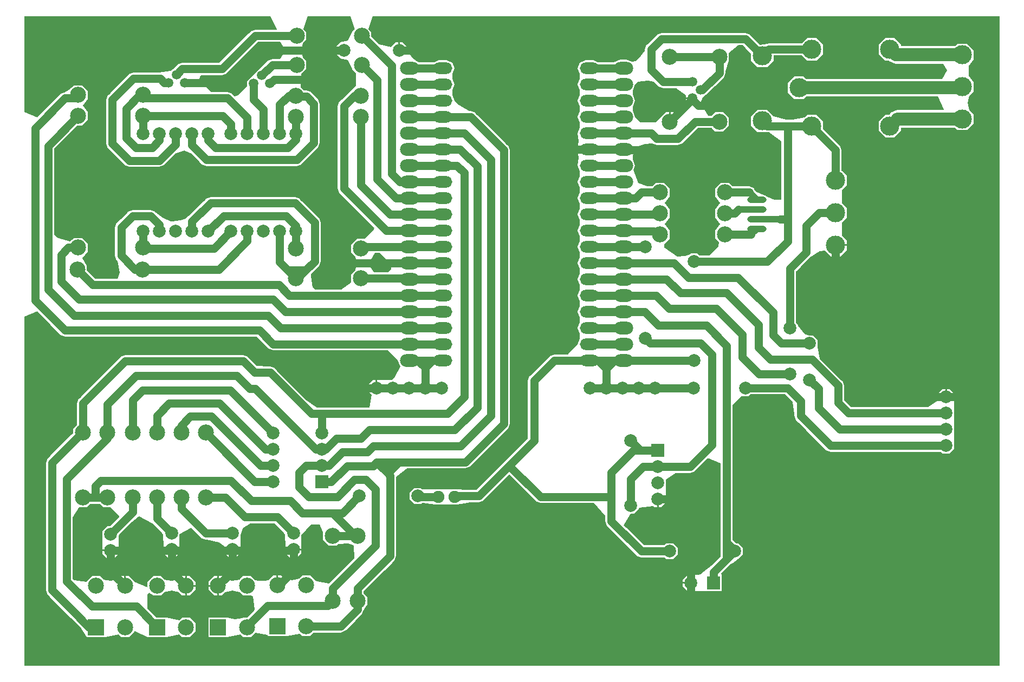
<source format=gbl>
G04*
G04 #@! TF.GenerationSoftware,Altium Limited,CircuitMaker,2.2.1 (2.2.1.6)*
G04*
G04 Layer_Physical_Order=2*
G04 Layer_Color=11436288*
%FSLAX25Y25*%
%MOIN*%
G70*
G04*
G04 #@! TF.SameCoordinates,4B569A1E-B195-418F-9F09-93343C68B421*
G04*
G04*
G04 #@! TF.FilePolarity,Positive*
G04*
G01*
G75*
%ADD32C,0.05000*%
%ADD34C,0.07500*%
%ADD35C,0.09842*%
%ADD36C,0.07874*%
%ADD37O,0.11811X0.07874*%
%ADD38O,0.11811X0.07874*%
%ADD39C,0.11811*%
%ADD40O,0.11811X0.03937*%
%ADD41R,0.07874X0.07874*%
%ADD42R,0.07874X0.07874*%
%ADD43O,0.11811X0.07087*%
%ADD44R,0.09842X0.09842*%
%ADD45C,0.05905*%
%ADD46C,0.03937*%
%ADD47C,0.08000*%
G36*
X303252Y492126D02*
X301651Y490525D01*
X301579Y490453D01*
X298864Y485058D01*
X294455Y483937D01*
X294396Y483878D01*
X291563Y481045D01*
Y479500D01*
X296500D01*
Y478500D01*
X291563D01*
Y476955D01*
X294396Y474122D01*
X294455Y474063D01*
X298864Y472942D01*
X301579Y467547D01*
X301651Y467475D01*
X304029Y465097D01*
X303926Y457052D01*
X300458Y453735D01*
X300321Y453679D01*
X298642Y451999D01*
X298642Y451999D01*
X295438Y448796D01*
X293821Y447179D01*
X293448Y446277D01*
X292712Y444500D01*
Y443648D01*
X292712Y443648D01*
Y442213D01*
X292712Y435775D01*
Y402726D01*
X292712Y396287D01*
Y394851D01*
X292712Y394851D01*
Y394000D01*
X293821Y391321D01*
X294423Y390719D01*
X294423Y390719D01*
X295438Y389704D01*
X299991Y385151D01*
X315480Y369662D01*
X314998Y368498D01*
X309453Y362921D01*
X304547Y362921D01*
X301079Y359453D01*
Y354547D01*
X303687Y351939D01*
X304166Y347750D01*
X303687Y343561D01*
X301079Y340953D01*
Y336047D01*
X294969Y331788D01*
X279031D01*
X277350Y332961D01*
X276269Y340017D01*
X276281Y341423D01*
X277296Y342438D01*
X280577Y345719D01*
X281179Y346321D01*
X281514Y347130D01*
X282288Y349000D01*
Y349851D01*
X282288Y349851D01*
Y351287D01*
X282288Y357726D01*
Y364275D01*
X282288Y370713D01*
Y372148D01*
X282288Y372148D01*
Y373000D01*
X281179Y375679D01*
X280577Y376281D01*
X280577Y376281D01*
X279562Y377296D01*
X275179Y381679D01*
X270796Y386062D01*
X269781Y387077D01*
X269781Y387077D01*
X269179Y387679D01*
X266500Y388788D01*
X265649D01*
X265649Y388788D01*
X264213D01*
X257774Y388788D01*
X223225D01*
X216787Y388788D01*
X215352D01*
X215352Y388788D01*
X214500D01*
X211821Y387679D01*
X211219Y387077D01*
X211219Y387077D01*
X210204Y386062D01*
X205651Y381509D01*
X201938Y377796D01*
X201062Y376920D01*
X199089Y375450D01*
X199089Y375450D01*
X199089Y375450D01*
X198071Y374848D01*
X197458Y374640D01*
X198071Y374848D01*
X196926Y374555D01*
X196050Y374415D01*
X198071Y374848D01*
X198705Y375222D01*
X195670Y374355D01*
X191105Y373627D01*
X189880Y373498D01*
X185113Y375926D01*
X180960Y378947D01*
X180474Y379384D01*
X180179Y379679D01*
X177500Y380788D01*
X177500Y380788D01*
X176649Y380788D01*
X176648Y380788D01*
X173181Y380788D01*
X170384D01*
X167351Y380788D01*
X167351Y380788D01*
X166500Y380788D01*
X166500Y380788D01*
X163821Y379679D01*
X163219Y379077D01*
X162204Y378062D01*
X159246Y375104D01*
X157423Y373281D01*
X157423Y373281D01*
X156821Y372679D01*
X155712Y370000D01*
Y369148D01*
X155712Y369148D01*
Y367713D01*
X155712Y361275D01*
X155712Y356384D01*
X155712Y354787D01*
X155712Y354787D01*
X155712Y353351D01*
X155712Y353351D01*
X155712Y352500D01*
X155712Y352500D01*
X156821Y349821D01*
X157423Y349219D01*
X158704Y341876D01*
X157219Y338288D01*
X143569D01*
X138421Y343436D01*
X138421Y343734D01*
Y346453D01*
X135788Y351000D01*
X138921Y355047D01*
X138921Y359953D01*
X135453Y363421D01*
X132484Y363421D01*
X130547D01*
X127961Y361288D01*
X120908Y363272D01*
X120396Y363499D01*
X118288Y365282D01*
Y418272D01*
Y418431D01*
X132436Y432579D01*
X132734Y432579D01*
X135453D01*
X138921Y436047D01*
Y440953D01*
X135887Y445000D01*
X138921Y449047D01*
Y453953D01*
X135453Y457421D01*
X130547Y457421D01*
X127327Y454587D01*
X124596Y453121D01*
X122321Y452179D01*
X122321Y452179D01*
X121719Y451577D01*
X121719Y451577D01*
X120704Y450562D01*
X116151Y446009D01*
X107874Y437732D01*
X100000Y440993D01*
Y500000D01*
X251327D01*
X255333Y492126D01*
X255088Y491788D01*
X250726D01*
X244086Y491788D01*
X242851D01*
X242851Y491788D01*
X242000D01*
X239321Y490679D01*
X238719Y490077D01*
X238719Y490077D01*
X237900Y489258D01*
X233151Y484509D01*
X219931Y471288D01*
X205726D01*
X198966Y471288D01*
X197852D01*
X197851Y471288D01*
X197000D01*
X194321Y470179D01*
X192678Y468666D01*
X191863Y467953D01*
X191392Y467482D01*
X191392Y467482D01*
X190135Y466225D01*
X182649Y465288D01*
X167851D01*
X167851Y465288D01*
X167000D01*
X164321Y464179D01*
X163719Y463577D01*
X163719Y463577D01*
X162704Y462562D01*
X158151Y458009D01*
X157491Y457349D01*
X152938Y452796D01*
X151923Y451781D01*
X151923Y451781D01*
X151321Y451179D01*
X150212Y448500D01*
Y447648D01*
X150212Y447648D01*
Y446213D01*
X150212Y439775D01*
Y430226D01*
X150212Y423787D01*
Y422352D01*
X150212Y422352D01*
Y421500D01*
X151321Y418821D01*
X151923Y418219D01*
X151923Y418219D01*
X152938Y417204D01*
X156571Y413571D01*
X160204Y409938D01*
X161219Y408923D01*
X161219Y408923D01*
X161821Y408321D01*
X164500Y407212D01*
X165351D01*
X165351Y407212D01*
X166787D01*
X173225Y407212D01*
X174275D01*
X180713Y407212D01*
X182149D01*
X182149Y407212D01*
X183000D01*
X185679Y408321D01*
X186281Y408923D01*
X186281Y408923D01*
X187296Y409938D01*
X191849Y414491D01*
X192789Y415431D01*
X198334Y417191D01*
X202894Y415248D01*
X207704Y410438D01*
X208719Y409423D01*
X208719Y409423D01*
X209321Y408821D01*
X212000Y407712D01*
X212852Y407712D01*
X218032D01*
Y407712D01*
X220725Y407712D01*
X267500D01*
X270179Y408821D01*
X280679Y419321D01*
X281788Y422000D01*
Y446000D01*
X280679Y448679D01*
X276179Y453179D01*
X273500Y454288D01*
X272086D01*
X270106Y456268D01*
X269999Y461699D01*
X270313Y464439D01*
X273421Y467547D01*
Y472453D01*
X271166Y474708D01*
X270460Y479000D01*
X271166Y483292D01*
X273421Y485547D01*
Y490453D01*
X271748Y492126D01*
X274287Y500000D01*
X300713D01*
X303252Y492126D01*
D02*
G37*
G36*
X260621Y478955D02*
X257482Y473788D01*
X253351Y473788D01*
X253351Y473788D01*
X252500D01*
X249821Y472679D01*
X249528Y472385D01*
X247299Y470248D01*
X244363Y467453D01*
X243892Y466982D01*
X243892Y466982D01*
X242055Y465145D01*
X239363Y462453D01*
X238324Y461414D01*
X237047Y460137D01*
Y457019D01*
X237047Y457019D01*
Y456863D01*
X231440Y451391D01*
X229338Y450520D01*
X227679Y452179D01*
X225000Y453288D01*
X214954D01*
X207750Y460794D01*
X207924Y463162D01*
X209115Y463712D01*
X212774D01*
X219534Y463712D01*
X220649D01*
X220649Y463712D01*
X221500D01*
X224179Y464821D01*
X224781Y465423D01*
X224781Y465423D01*
X225600Y466242D01*
X230349Y470991D01*
X243569Y484212D01*
X257407D01*
X260621Y478955D01*
D02*
G37*
G36*
X325660Y347134D02*
X325573Y344183D01*
X323531Y342288D01*
X315122D01*
X311691Y347167D01*
X315537Y354212D01*
X318800D01*
X325660Y347134D01*
D02*
G37*
G36*
X700000Y100000D02*
X100000D01*
Y315007D01*
X107874Y318268D01*
X116151Y309991D01*
X120704Y305438D01*
X121719Y304423D01*
X121719Y304423D01*
X122321Y303821D01*
X125000Y302712D01*
X125851D01*
X125852Y302712D01*
X127213D01*
X133726Y302712D01*
X242931D01*
X244151Y301491D01*
X247575Y298068D01*
X249109Y296534D01*
X249109Y296534D01*
X249719Y295923D01*
X249719Y295923D01*
X250321Y295321D01*
X250321Y295321D01*
X253000Y294212D01*
X253852Y294212D01*
X261725Y294212D01*
X323738D01*
X329688Y288000D01*
X331253Y284221D01*
X327812Y277374D01*
X325969Y275937D01*
X317000D01*
Y271000D01*
X316500D01*
Y270500D01*
X311563D01*
Y268955D01*
X313556Y266962D01*
X312284Y259088D01*
X279929D01*
X279929Y259088D01*
Y259088D01*
X273817Y263341D01*
X260149Y277009D01*
X256725Y280432D01*
X255433Y281725D01*
X255433Y281725D01*
X254581Y282577D01*
X254581Y282577D01*
X253979Y283179D01*
X253979Y283179D01*
X251300Y284288D01*
X250448Y284288D01*
X243107Y284621D01*
X237781Y289577D01*
X237781Y289577D01*
X237179Y290179D01*
X234500Y291288D01*
X234500Y291288D01*
X233649Y291288D01*
X233648Y291288D01*
X232213Y291288D01*
X232213Y291288D01*
X230616Y291288D01*
X170726D01*
X164287Y291288D01*
X162852D01*
X162851Y291288D01*
X162000D01*
X159321Y290179D01*
X158719Y289577D01*
X158719Y289577D01*
X157704Y288562D01*
X153151Y284009D01*
X139491Y270349D01*
X134938Y265796D01*
X133923Y264781D01*
X133923Y264781D01*
X133321Y264179D01*
X132212Y261500D01*
Y260648D01*
X132212Y260648D01*
Y259509D01*
X132212Y252775D01*
Y248086D01*
X132001Y247875D01*
X130079Y245953D01*
Y243441D01*
X130079Y243436D01*
X129102Y242460D01*
X120491Y233849D01*
X115936Y229294D01*
X114923Y228281D01*
X114923Y228281D01*
X114321Y227679D01*
X113212Y225000D01*
Y224149D01*
X113212Y224149D01*
Y222713D01*
X113212Y216274D01*
Y155226D01*
X113212Y148787D01*
Y147352D01*
X113212Y147351D01*
Y146500D01*
X114321Y143821D01*
X114923Y143219D01*
X114923Y143219D01*
X115779Y142363D01*
X120491Y137651D01*
X127068Y131074D01*
X128814Y129329D01*
X133616Y124526D01*
X134165Y123978D01*
X138221Y117783D01*
X138221Y117783D01*
X138221Y117783D01*
X149500D01*
X150063Y117783D01*
X157937Y119252D01*
X159406Y117783D01*
X164311D01*
X167690Y121163D01*
X167780Y121252D01*
X167846Y121278D01*
X175721Y117783D01*
Y117783D01*
X187000D01*
X187563Y117783D01*
X195437Y119252D01*
X196906Y117783D01*
X201811D01*
X203180Y119153D01*
X205279Y121252D01*
Y126157D01*
X203910Y127527D01*
X201811Y129626D01*
X196906D01*
X195437Y128157D01*
X187563Y129626D01*
X187000Y129626D01*
X181375D01*
X181078Y129626D01*
X180504Y130200D01*
Y130200D01*
X175822Y134882D01*
X175777Y143863D01*
X176198Y144764D01*
X176638Y145073D01*
X179189Y143374D01*
X180936Y143374D01*
X184094D01*
X185908Y145188D01*
X186149Y145428D01*
X190500Y146273D01*
X194851Y145428D01*
X196906Y143374D01*
X198858D01*
Y149295D01*
Y155217D01*
X196906D01*
X195092Y153403D01*
X194851Y153162D01*
X190500Y152318D01*
X186149Y153162D01*
X185938Y153373D01*
X184094Y155217D01*
X179189D01*
X175721Y151748D01*
X175509Y148488D01*
X167780Y151748D01*
X164311Y155217D01*
X162358D01*
Y149295D01*
X161358D01*
Y155217D01*
X159406D01*
X157351Y153162D01*
X153000Y152318D01*
X148649Y153162D01*
X146594Y155217D01*
X141689D01*
X140483Y154010D01*
X138221Y151748D01*
X130716Y152641D01*
X129788Y153569D01*
Y153728D01*
Y191262D01*
X133547Y197579D01*
X138453Y197579D01*
X140586Y199712D01*
X146414D01*
X148547Y197579D01*
X153086D01*
X158194Y191971D01*
X158394Y191751D01*
X153673Y187030D01*
X152579Y185937D01*
X150955Y185937D01*
X150955Y185937D01*
X148063Y183045D01*
X148063Y180010D01*
X148063Y180010D01*
X148063Y179261D01*
Y176000D01*
Y173045D01*
Y171500D01*
X157937D01*
Y173045D01*
X158161Y180313D01*
X158335Y180557D01*
X158335Y180557D01*
X159375Y182017D01*
X164259Y186901D01*
Y186901D01*
X164259Y186901D01*
X164259D01*
X170139Y191714D01*
X170581Y191915D01*
X178821Y187821D01*
X179423Y187219D01*
X184799Y181572D01*
X185338Y180813D01*
X185563Y173545D01*
Y172000D01*
X195437D01*
Y172490D01*
X195437Y172490D01*
X195437Y173239D01*
Y176500D01*
Y179455D01*
Y181070D01*
X202755Y184888D01*
X206075Y181568D01*
X207204Y180438D01*
X207204Y180438D01*
X208219Y179423D01*
X208219Y179423D01*
X208821Y178821D01*
X208821Y178821D01*
X211500Y177712D01*
X212351Y177712D01*
X219500Y175960D01*
X223063Y173545D01*
Y172000D01*
X232937D01*
Y172490D01*
X232937Y172490D01*
X232937Y173239D01*
Y176500D01*
Y180437D01*
X234376Y184520D01*
X239085Y187712D01*
X253931D01*
X259125Y182517D01*
X260338Y180813D01*
X260563Y173545D01*
Y172000D01*
X270437D01*
Y172490D01*
X270437Y172490D01*
X270437Y173239D01*
Y176500D01*
Y180486D01*
X276414Y187151D01*
X281656Y186872D01*
X283579Y182453D01*
Y177547D01*
X287047Y174079D01*
X291953Y174079D01*
X293481Y175124D01*
X299171Y175183D01*
X302204Y174422D01*
X302547Y174079D01*
X302847Y166205D01*
X292991Y156349D01*
X288282Y151640D01*
X287423Y150781D01*
X280067Y152032D01*
X279279Y152248D01*
X275811Y155717D01*
X270906D01*
X268851Y153662D01*
X264500Y152818D01*
X260149Y153662D01*
X258094Y155717D01*
X256142D01*
Y149795D01*
X255142D01*
Y155717D01*
X253189D01*
X251090Y153617D01*
X250234Y152761D01*
X247193Y152348D01*
X244310Y152462D01*
X241973Y152554D01*
X239311Y155217D01*
X234406D01*
X232592Y153403D01*
X232351Y153162D01*
X228000Y152318D01*
X223649Y153162D01*
X223439Y153373D01*
X221594Y155217D01*
X219642D01*
Y149295D01*
Y143374D01*
X221594D01*
X223408Y145188D01*
X223649Y145428D01*
X228000Y146273D01*
X232351Y145428D01*
X232562Y145218D01*
X234406Y143374D01*
X239311D01*
X240583Y142596D01*
X241547Y134584D01*
X241211Y134069D01*
X237929Y130787D01*
X236914Y129772D01*
X235545Y129692D01*
X234406Y129626D01*
X234203Y129423D01*
X229439Y128810D01*
X225063Y129626D01*
X224500Y129626D01*
X213221D01*
Y117783D01*
X224500D01*
X225063Y117783D01*
X232937Y119252D01*
X234406Y117783D01*
X239311D01*
X241846Y120319D01*
X249721Y118999D01*
Y118283D01*
X261000D01*
X261563Y118283D01*
X269437Y119752D01*
X270906Y118283D01*
X275811D01*
X277944Y120416D01*
X285979D01*
X292662Y120416D01*
X293853D01*
X293853Y120416D01*
X294705D01*
X297383Y121526D01*
X297986Y122128D01*
X297986Y122128D01*
X299001Y123143D01*
X303553Y127696D01*
X306749Y130892D01*
X306749Y130892D01*
X307679Y131821D01*
X308473Y133738D01*
X310561Y137187D01*
X310921Y137547D01*
Y142453D01*
X308999Y144375D01*
X308788Y144586D01*
Y145931D01*
X321509Y158651D01*
X326262Y163405D01*
X327077Y164219D01*
X327077Y164219D01*
X327679Y164821D01*
X328788Y167500D01*
Y168351D01*
X328788Y168351D01*
Y169787D01*
X328788Y176225D01*
Y208375D01*
X328788Y214813D01*
Y216248D01*
X334653Y221099D01*
X335257Y221512D01*
X362575D01*
X369216Y221512D01*
X370448D01*
X370448Y221512D01*
X371300D01*
X373979Y222621D01*
X374581Y223223D01*
X374581Y223223D01*
X375596Y224238D01*
X380149Y228791D01*
X391509Y240151D01*
X396062Y244704D01*
X397077Y245719D01*
X397077Y245719D01*
X397679Y246321D01*
X398788Y249000D01*
Y249851D01*
X398788Y249851D01*
Y251287D01*
X398788Y257726D01*
Y408775D01*
X398788Y415213D01*
Y416648D01*
X398788Y416648D01*
Y417500D01*
X397679Y420179D01*
X397077Y420781D01*
X397077Y420781D01*
X396062Y421796D01*
X391509Y426349D01*
X383349Y434509D01*
X379925Y437932D01*
X378796Y439062D01*
X378796Y439062D01*
X377781Y440077D01*
X377781Y440077D01*
X377179Y440679D01*
X377179Y440679D01*
X374500Y441788D01*
X373649Y441788D01*
X367247Y445342D01*
X364701Y448000D01*
X364241Y449110D01*
X363261Y451477D01*
Y454523D01*
X364241Y456890D01*
X364701Y458000D01*
X364241Y459110D01*
X363261Y461477D01*
Y464243D01*
X363261Y464523D01*
X364701Y468000D01*
X363261Y471477D01*
X359784Y472918D01*
X359784Y472918D01*
X359331Y472918D01*
X355059D01*
X352333Y471788D01*
X342724Y471788D01*
X341398Y472337D01*
X338199Y474815D01*
X335494Y479991D01*
X335437Y481045D01*
X335264Y481218D01*
X332545Y483937D01*
X331000D01*
Y479000D01*
X330000D01*
Y483937D01*
X328455D01*
X325563Y481045D01*
X318311Y482547D01*
X313421Y487436D01*
X313421Y487734D01*
Y490453D01*
X311748Y492126D01*
X314287Y500000D01*
X700000D01*
Y100000D01*
D02*
G37*
%LPC*%
G36*
X542649Y489788D02*
X530732Y489788D01*
X500726D01*
X494287Y489788D01*
X492851D01*
X492851Y489788D01*
X492000D01*
X489321Y488679D01*
X488991Y488349D01*
X488719Y488077D01*
X486168Y485526D01*
X483423Y482781D01*
X483423Y482781D01*
X483151Y482509D01*
X483151Y482509D01*
X482821Y482179D01*
X482821Y482179D01*
X481712Y479500D01*
X481712Y478649D01*
X479268Y475571D01*
X476306Y472483D01*
X473505Y472086D01*
X473505Y472086D01*
X470469Y473344D01*
X466532Y473344D01*
X462776Y471788D01*
X452667Y471788D01*
X449941Y472918D01*
X445669Y472918D01*
X445217Y472918D01*
X445217Y472918D01*
X441739Y471477D01*
X440299Y468000D01*
X440649Y467155D01*
X441739Y464523D01*
Y464243D01*
Y461477D01*
X440759Y459110D01*
X440299Y458000D01*
X440759Y456890D01*
X441739Y454523D01*
Y451477D01*
X440759Y449110D01*
X440299Y448000D01*
X440759Y446890D01*
X441739Y444523D01*
Y441477D01*
X440759Y439110D01*
X440299Y438000D01*
X440759Y436890D01*
X441739Y434523D01*
Y431477D01*
X440299Y428000D01*
X441075Y423000D01*
X440377Y418500D01*
X447579D01*
Y417500D01*
X440377D01*
X441075Y413000D01*
X440299Y408000D01*
X440941Y406449D01*
X441739Y404523D01*
Y401477D01*
X440759Y399110D01*
X440299Y398000D01*
X440759Y396890D01*
X441739Y394523D01*
Y391477D01*
X440759Y389110D01*
X440299Y388000D01*
X440759Y386890D01*
X441739Y384523D01*
Y381477D01*
X440759Y379110D01*
X440299Y378000D01*
X440759Y376890D01*
X441739Y374523D01*
Y371477D01*
X440759Y369110D01*
X440299Y368000D01*
X440759Y366890D01*
X441739Y364523D01*
Y361477D01*
X440759Y359110D01*
X440299Y358000D01*
X440759Y356890D01*
X441739Y354523D01*
Y351477D01*
X440759Y349110D01*
X440299Y348000D01*
X440759Y346890D01*
X441739Y344523D01*
Y341477D01*
X440759Y339110D01*
X440299Y338000D01*
X440759Y336890D01*
X441739Y334523D01*
Y331477D01*
X440759Y329110D01*
X440299Y328000D01*
X440759Y326890D01*
X441739Y324523D01*
Y321477D01*
X440759Y319110D01*
X440299Y318000D01*
X440759Y316890D01*
X441739Y314523D01*
Y311477D01*
X440759Y309110D01*
X440299Y308000D01*
X440759Y306890D01*
X441739Y304523D01*
Y301477D01*
X440299Y298000D01*
X434634Y292086D01*
X434349Y291788D01*
X429733D01*
X426852D01*
D01*
X426852D01*
X426852Y291788D01*
X426000D01*
X423321Y290679D01*
X422719Y290077D01*
X422719Y290077D01*
X422719Y290077D01*
X422719D01*
X420519Y287877D01*
X413623Y280981D01*
X411423Y278781D01*
Y278781D01*
X411423Y278781D01*
X411423Y278781D01*
X410821Y278179D01*
X409712Y275500D01*
Y274648D01*
X409712Y274648D01*
Y274648D01*
D01*
Y271577D01*
Y243044D01*
Y240981D01*
X409712Y240069D01*
X407642Y238000D01*
X398695Y229053D01*
X397762Y228119D01*
X397762Y228119D01*
X397743Y228100D01*
X397743Y228100D01*
X393400Y223758D01*
Y223758D01*
X393400Y223758D01*
Y223758D01*
X392386Y222744D01*
X380025Y210382D01*
X377931Y208288D01*
X374160Y208288D01*
X373169Y208347D01*
Y208347D01*
X372405Y208392D01*
Y208392D01*
X372092Y208411D01*
Y208411D01*
X366479Y208743D01*
X366467Y208750D01*
X366467Y208750D01*
X366467Y208750D01*
X363407D01*
X363403Y208750D01*
X360216Y208750D01*
X359500Y208750D01*
X358808Y208750D01*
X356468Y208750D01*
X356462Y208750D01*
X352533D01*
X352533Y208750D01*
X352533Y208750D01*
X345352Y208800D01*
X344677Y208805D01*
X344045Y209437D01*
X339955D01*
X337063Y206545D01*
Y202455D01*
X339955Y199563D01*
X344045Y199563D01*
X344475Y199863D01*
X344976Y200212D01*
X345047Y200212D01*
X352526Y199257D01*
X352533Y199250D01*
X352533Y199250D01*
X355592D01*
X355597Y199250D01*
X358771Y199250D01*
X359500Y199250D01*
X360192Y199250D01*
X362532Y199250D01*
X362538Y199250D01*
X366467D01*
X366467Y199250D01*
X366474Y199257D01*
X372640Y200490D01*
Y200490D01*
X373746Y200712D01*
X378648D01*
D01*
X378648D01*
X378648Y200712D01*
X379500D01*
X382179Y201821D01*
X382781Y202423D01*
X382781Y202423D01*
X382781Y202423D01*
Y202423D01*
X384875Y204517D01*
X398127Y217769D01*
X398255Y217888D01*
X398556Y217586D01*
X412066Y204076D01*
X414219Y201923D01*
X414219D01*
X414219Y201923D01*
X414219Y201923D01*
X414821Y201321D01*
X417500Y200212D01*
X418352D01*
X418352Y200212D01*
X418352D01*
Y200212D01*
X420644D01*
X450367D01*
X457212Y192338D01*
X457212Y189851D01*
X457212Y189851D01*
Y189000D01*
X458321Y186321D01*
X458923Y185719D01*
X458923Y185719D01*
X459938Y184704D01*
X462894Y181748D01*
D01*
X464466Y180176D01*
X473989Y170653D01*
X476219Y168423D01*
X476219D01*
X476219Y168423D01*
X476219Y168423D01*
X476821Y167821D01*
X479500Y166712D01*
X480351D01*
X480351Y166712D01*
X480352D01*
D01*
X483360D01*
X493806D01*
X494955Y165563D01*
X499045D01*
X501937Y168455D01*
Y172545D01*
X499045Y175437D01*
X494955D01*
X494017Y174499D01*
X493806Y174288D01*
X483951D01*
X481069Y174288D01*
X478839Y176518D01*
X470331Y185026D01*
X468759Y186599D01*
X468916Y186862D01*
X472930Y193563D01*
X475045D01*
X477937Y196455D01*
X478451Y197172D01*
X486728Y198369D01*
X487695Y197563D01*
X489240D01*
Y202500D01*
X489740D01*
Y203000D01*
X494677D01*
Y203490D01*
X494677Y203490D01*
X494677Y204239D01*
Y207500D01*
Y211510D01*
Y214545D01*
X500582Y218547D01*
X500825Y218712D01*
X505545D01*
X508648D01*
D01*
X508648D01*
X508648Y218712D01*
X509500D01*
X512179Y219821D01*
X512781Y220423D01*
X512781Y220423D01*
X512781Y220423D01*
X512781D01*
X514981Y222623D01*
X520338Y227980D01*
X528212Y224718D01*
Y179929D01*
Y176852D01*
D01*
X528212Y168977D01*
Y167490D01*
X528212Y167069D01*
X522737Y161595D01*
D01*
X522737Y161595D01*
Y161595D01*
X516771Y156990D01*
X515895Y156346D01*
X515853Y156327D01*
X514401Y155937D01*
X512045D01*
X511189Y155937D01*
X510500D01*
Y151000D01*
Y146063D01*
X511189D01*
X512045Y146063D01*
X516805D01*
X519063D01*
X521613Y146063D01*
X528937D01*
Y155937D01*
X528937D01*
X528602Y156745D01*
X532411Y160553D01*
X534077Y162219D01*
X535843Y163408D01*
X539045Y165563D01*
X540120Y166638D01*
X541937Y168455D01*
Y172545D01*
X539045Y175437D01*
X537921D01*
X536086Y177272D01*
X535788Y177569D01*
Y180647D01*
Y223582D01*
Y225436D01*
X535788Y233310D01*
Y260594D01*
X541455Y266063D01*
X545545D01*
X546483Y267001D01*
X546694Y267212D01*
X567931D01*
X572796Y262346D01*
X573712Y254852D01*
X573712Y254000D01*
X574821Y251321D01*
X574821Y251321D01*
X575423Y250719D01*
X575423Y250719D01*
X576438Y249704D01*
X576438Y249704D01*
X577568Y248575D01*
X580991Y245151D01*
X587151Y238991D01*
X591704Y234438D01*
X592719Y233423D01*
X592719Y233423D01*
X593321Y232821D01*
X596000Y231712D01*
X596851D01*
X596851Y231712D01*
X598220D01*
X604726Y231712D01*
X663649D01*
X663806D01*
X664955Y230563D01*
X669045Y230563D01*
X669045Y230563D01*
X671937Y233455D01*
X671937Y236490D01*
X671937Y236490D01*
X671937Y237239D01*
Y240500D01*
Y243455D01*
Y246490D01*
Y250500D01*
Y253455D01*
Y256490D01*
Y260500D01*
Y263455D01*
Y265000D01*
X667000D01*
X662063D01*
Y263455D01*
X655915Y259288D01*
X608728D01*
X608569D01*
X604288Y263569D01*
Y271649D01*
X604288Y271649D01*
X604288Y272500D01*
X603179Y275179D01*
X603179Y275179D01*
X602577Y275781D01*
X602577Y275781D01*
X601562Y276796D01*
X601562Y276796D01*
X600432Y277925D01*
X597009Y281349D01*
X590436Y287922D01*
X589276Y289136D01*
X587937Y296455D01*
X587937Y300545D01*
X585045Y303437D01*
X582768D01*
X580105Y304419D01*
X575968Y309197D01*
X575937Y310045D01*
X574999Y310983D01*
X574788Y311194D01*
Y318690D01*
X574788Y326564D01*
Y329115D01*
Y342931D01*
X574909Y343051D01*
X577509Y345651D01*
X582419Y350561D01*
X583077Y351219D01*
X589290Y355228D01*
X592662Y355572D01*
X593382Y354852D01*
X596140Y352095D01*
X598500D01*
Y359000D01*
X599000D01*
Y359500D01*
X605905D01*
Y361860D01*
X602988Y365110D01*
Y372890D01*
X605905Y376140D01*
Y381860D01*
X602988Y385110D01*
Y392890D01*
X605905Y396140D01*
Y401860D01*
X602999Y404767D01*
X602788Y404978D01*
Y413902D01*
Y416900D01*
D01*
Y416900D01*
X602788Y416900D01*
Y417752D01*
X601679Y420431D01*
X601077Y421033D01*
X601077Y421033D01*
X601077Y421033D01*
X601077D01*
X598948Y423162D01*
X591280Y430830D01*
X591280Y431127D01*
D01*
X591280Y431127D01*
Y435238D01*
X587234Y439284D01*
X581514D01*
X579845Y437615D01*
X572571Y436166D01*
X568656D01*
X560906Y438360D01*
X556860Y442406D01*
X551140D01*
X547094Y438360D01*
Y432640D01*
X551140Y428594D01*
X552316D01*
X557118Y428591D01*
X557122Y428590D01*
X557838D01*
X565712Y423004D01*
Y387050D01*
X565518Y386844D01*
X561241Y386852D01*
X556709Y389130D01*
Y389130D01*
X556396Y389260D01*
X550573Y391804D01*
X549354Y392805D01*
X548537Y394179D01*
X546808Y394895D01*
X545858Y395288D01*
X544421Y395288D01*
X544421Y395288D01*
X539097Y395288D01*
X535586D01*
X535375Y395499D01*
X533453Y397421D01*
X528547D01*
X525079Y393953D01*
Y389047D01*
X528113Y385000D01*
X525079Y380953D01*
Y376047D01*
X528113Y372000D01*
X525079Y367953D01*
Y363047D01*
X526897Y361229D01*
X527464Y360662D01*
X526989Y358224D01*
X521367Y352788D01*
X515194D01*
X514045Y353937D01*
X510056D01*
X509955Y353937D01*
X509416Y353421D01*
X506330Y352252D01*
X501527Y351962D01*
X493899Y357183D01*
X493568Y357558D01*
X493536Y359662D01*
X496921Y363047D01*
Y367953D01*
X493887Y372000D01*
X496921Y376047D01*
Y380953D01*
X493887Y385000D01*
X496921Y389047D01*
Y393953D01*
X493453Y397421D01*
X488547D01*
X486625Y395499D01*
X486414Y395288D01*
X483087D01*
X477634Y397321D01*
X474668Y405238D01*
X475812Y408000D01*
X474247Y411779D01*
X474247Y414221D01*
X475812Y418000D01*
X477779Y420053D01*
X481720Y421230D01*
X486321Y421821D01*
X489000Y420712D01*
X489852D01*
X489852Y420712D01*
X491287D01*
X495500Y420712D01*
X499713Y420712D01*
X501149D01*
X501149Y420712D01*
X502000D01*
X504679Y421821D01*
X505281Y422423D01*
X505281Y422423D01*
X508885Y426027D01*
X514612Y431212D01*
X517849D01*
X522914D01*
X523125Y431002D01*
Y431002D01*
X523125Y431001D01*
X525047Y429079D01*
X529953D01*
X533421Y432547D01*
Y437453D01*
X529953Y440921D01*
X525047D01*
X523125Y438999D01*
X522914Y438788D01*
X520722D01*
X516061Y446662D01*
X517389Y449937D01*
X519455Y451728D01*
X519679Y451821D01*
X520445Y452588D01*
X520445Y452588D01*
X521460Y453603D01*
X525011Y457153D01*
X528562Y460704D01*
X529577Y461719D01*
X529577Y461719D01*
X530179Y462321D01*
X531288Y465000D01*
Y465851D01*
X531288Y465851D01*
X533421Y472547D01*
X533421Y472842D01*
Y477453D01*
X538955Y481914D01*
X539057Y481996D01*
Y481996D01*
X539324Y482212D01*
X541931Y482212D01*
X543812Y480330D01*
X547094Y477048D01*
X547094Y476751D01*
D01*
X547094Y476751D01*
Y472640D01*
X551140Y468595D01*
X556860D01*
X560906Y472640D01*
Y475536D01*
X560906Y475834D01*
X578397D01*
X578607Y475624D01*
Y475624D01*
X578607Y475624D01*
X581514Y472717D01*
X587234D01*
X591280Y476762D01*
Y482482D01*
X587234Y486528D01*
X581514D01*
X578607Y483621D01*
X578397Y483410D01*
X562901D01*
X560657D01*
X558122Y483410D01*
X557126Y482998D01*
X552730Y482406D01*
X552452Y482406D01*
X548873Y485985D01*
X546781Y488077D01*
Y488077D01*
X546781Y488077D01*
X546781Y488077D01*
X546179Y488679D01*
X543500Y489788D01*
X542649D01*
Y489788D01*
D02*
G37*
G36*
X635266Y486528D02*
X629545D01*
X625500Y482482D01*
Y476762D01*
X629545Y472717D01*
X631867D01*
X632016Y472358D01*
X635843Y470773D01*
X665342D01*
X667743Y466751D01*
X664605Y461412D01*
X580854D01*
X579360Y462906D01*
X573640D01*
X569594Y458860D01*
Y453140D01*
X573640Y449094D01*
X579360D01*
X580854Y450588D01*
X661944D01*
X665626Y442714D01*
X665220Y442227D01*
X636842D01*
X633016Y440642D01*
X632453Y439284D01*
X629545D01*
X625500Y435238D01*
Y429518D01*
X629545Y425472D01*
X635266D01*
X639311Y429518D01*
Y431403D01*
X672646D01*
X674140Y429910D01*
X679860D01*
X682383Y432432D01*
X683906Y433955D01*
Y439675D01*
X681275Y442306D01*
X680430Y446658D01*
X681275Y451009D01*
X683906Y453640D01*
Y459360D01*
X681010Y463352D01*
Y469333D01*
X683906Y473325D01*
Y479045D01*
X679860Y483090D01*
X674140D01*
X672646Y481597D01*
X639311D01*
Y482482D01*
X635266Y486528D01*
D02*
G37*
G36*
X605905Y358500D02*
X599500D01*
Y352095D01*
X601860D01*
X605905Y356140D01*
Y358500D01*
D02*
G37*
G36*
X316000Y275937D02*
X314455D01*
X311563Y273045D01*
Y271500D01*
X316000D01*
Y275937D01*
D02*
G37*
G36*
X669045Y270437D02*
X667500D01*
Y266000D01*
X671937D01*
Y267545D01*
X669045Y270437D01*
D02*
G37*
G36*
X666500D02*
X664955D01*
X662063Y267545D01*
Y266000D01*
X666500D01*
Y270437D01*
D02*
G37*
G36*
X494677Y202000D02*
X490240D01*
Y197563D01*
X491785D01*
X491785Y197563D01*
X494677Y200455D01*
Y202000D01*
D02*
G37*
G36*
X227500Y171000D02*
X223063D01*
Y169455D01*
X225955Y166563D01*
X227500D01*
Y171000D01*
D02*
G37*
G36*
X190000D02*
X185563D01*
Y169455D01*
X188455Y166563D01*
X190000D01*
Y171000D01*
D02*
G37*
G36*
X265000D02*
X260563D01*
Y169455D01*
X263455Y166563D01*
X265000D01*
Y171000D01*
D02*
G37*
G36*
X270437D02*
X266000D01*
Y166563D01*
X267545Y166563D01*
X267545Y166563D01*
X270437Y169455D01*
Y171000D01*
D02*
G37*
G36*
X232937D02*
X228500D01*
Y166563D01*
X230045Y166563D01*
X230045Y166563D01*
X232937Y169455D01*
Y171000D01*
D02*
G37*
G36*
X195437D02*
X191000D01*
Y166563D01*
X192545Y166563D01*
X192545Y166563D01*
X195437Y169455D01*
Y171000D01*
D02*
G37*
G36*
X157937Y170500D02*
X153500D01*
Y166063D01*
X155045D01*
X157937Y168955D01*
Y170500D01*
D02*
G37*
G36*
X152500D02*
X148063D01*
Y168955D01*
X150955Y166063D01*
X152500D01*
Y170500D01*
D02*
G37*
G36*
X509500Y155937D02*
X507955D01*
X505063Y153045D01*
Y151500D01*
X509500D01*
Y155937D01*
D02*
G37*
G36*
X199858Y155217D02*
Y149795D01*
X205279D01*
Y151748D01*
X203910Y153117D01*
X201811Y155217D01*
X199858D01*
D02*
G37*
G36*
X216689Y155217D02*
X213221Y151748D01*
X213221Y149795D01*
X218642D01*
Y155217D01*
X216689D01*
D02*
G37*
G36*
X509500Y150500D02*
X505063D01*
Y148955D01*
X507955Y146063D01*
X509500D01*
Y150500D01*
D02*
G37*
G36*
X218642Y148795D02*
X213221D01*
Y148779D01*
Y146843D01*
X216689Y143374D01*
X218642D01*
Y148795D01*
D02*
G37*
G36*
X205279D02*
X199858D01*
Y143374D01*
X201811D01*
X205279Y146843D01*
Y148795D01*
D02*
G37*
%LPD*%
G36*
X487483Y459660D02*
X489719Y457423D01*
X489719Y457423D01*
X490321Y456821D01*
X493000Y455712D01*
X493852D01*
X493852Y455712D01*
X495036D01*
X501068Y455712D01*
X501092Y455693D01*
X506845Y451219D01*
X507031Y450000D01*
X511000D01*
Y449000D01*
X507047D01*
Y447863D01*
X504706Y439958D01*
X503424Y438693D01*
X501887Y438487D01*
X499453Y440921D01*
X497500D01*
Y435000D01*
X496500D01*
Y440921D01*
X494547D01*
X491079Y437453D01*
X488416Y434749D01*
X478963Y434711D01*
X475812Y438000D01*
X474247Y441779D01*
X474247Y444221D01*
X475812Y448000D01*
X474247Y451779D01*
X474247Y454221D01*
X475812Y458000D01*
X477265Y459576D01*
X483642Y460355D01*
X487483Y459660D01*
D02*
G37*
D32*
X342500Y204000D02*
X354500D01*
X367000Y204500D02*
X379500D01*
X289500Y180000D02*
X303500D01*
X289500Y194000D02*
X303500Y180000D01*
X305000D01*
X366500Y204000D02*
X367000Y204500D01*
X461000Y203500D02*
Y219000D01*
Y189000D02*
Y203500D01*
X460500Y204000D02*
X461000Y203500D01*
X397750Y222750D02*
X413500Y238500D01*
X379500Y204500D02*
X397750Y222750D01*
X398750D01*
X417500Y204000D01*
X453000Y288000D02*
X463000D01*
X447579D02*
X453000D01*
X458000Y283000D02*
X463000Y288000D01*
X468500D01*
X453000D02*
X458000Y283000D01*
X289500Y194000D02*
X295500D01*
X168846Y136500D02*
X181642Y123705D01*
X141500Y136500D02*
X168846D01*
X126000Y152000D02*
X141500Y136500D01*
X139795Y123705D02*
X144142D01*
X130000Y133500D02*
X139795Y123705D01*
X190500Y158153D02*
X199358Y149295D01*
X153000Y158153D02*
X161858Y149295D01*
X117000Y146500D02*
X130000Y133500D01*
X117000Y146500D02*
Y225000D01*
X510500Y448500D02*
X511000D01*
X209500Y171000D02*
X228000D01*
X190500D02*
X209000D01*
X153000D02*
X190500D01*
X228000D02*
X265000D01*
X317000Y131000D02*
Y144000D01*
X298500Y112500D02*
X317000Y131000D01*
X209000Y112500D02*
X298500D01*
X305000Y147500D02*
X325000Y167500D01*
X305000Y140000D02*
Y147500D01*
Y134500D02*
Y140000D01*
X273358Y124205D02*
X294705D01*
X305000Y134500D01*
X236858Y123705D02*
Y124358D01*
X249500Y137000D01*
X479500Y391500D02*
X491000D01*
X476000Y388000D02*
X479500Y391500D01*
X468500Y388000D02*
X476000D01*
X537000Y378500D02*
X539453Y380953D01*
X531000Y378500D02*
X537000D01*
X531000Y365500D02*
X546858D01*
X531000Y391500D02*
X545858D01*
X569500Y375000D02*
Y432378D01*
Y361405D02*
Y375000D01*
X564953Y375047D02*
X565000Y375000D01*
X569500D01*
X490500Y378000D02*
X491000Y378500D01*
X468500Y378000D02*
X490500D01*
X468500Y368000D02*
X469000Y367500D01*
X487000D01*
X489000Y365500D01*
X491000D01*
X468500Y358000D02*
X482000D01*
Y301500D02*
X485000Y298500D01*
X489740Y222500D02*
X509500D01*
X473000Y215000D02*
X480500Y222500D01*
X489740D01*
X473000Y198500D02*
Y215000D01*
X506000Y415500D02*
X516000Y425500D01*
X486000Y415500D02*
X506000D01*
X484000Y417500D02*
X486000Y415500D01*
X468500Y418000D02*
X469000Y417500D01*
X484000D01*
X516000Y425500D02*
X534000D01*
X538500Y430000D02*
Y441000D01*
X534000Y425500D02*
X538500Y430000D01*
X534500Y445000D02*
X538500Y441000D01*
X514500Y445000D02*
X534500D01*
X510000Y151000D02*
Y194500D01*
Y138000D02*
Y151000D01*
X511000Y448500D02*
X514500Y445000D01*
X581000Y354500D02*
Y371000D01*
X571000Y344500D02*
X581000Y354500D01*
X571000Y308000D02*
Y344500D01*
X543500Y271000D02*
X569500D01*
X532000Y165500D02*
X537000Y170500D01*
X524000Y157500D02*
X532000Y165500D01*
Y176000D01*
X537000Y171000D01*
Y170500D02*
Y171000D01*
X524000Y151000D02*
Y157500D01*
X532000Y176000D02*
Y297000D01*
X461000Y189000D02*
X479500Y170500D01*
X497000D01*
X543500Y486000D02*
X554000Y475500D01*
X492000Y486000D02*
X543500D01*
X485500Y479500D02*
X492000Y486000D01*
X588500Y258500D02*
Y270500D01*
X583000Y276000D02*
X588500Y270500D01*
X565500Y298500D02*
X583000D01*
Y275500D02*
Y276000D01*
X569500Y271000D02*
X577500Y263000D01*
Y254000D02*
Y263000D01*
Y254000D02*
X596000Y235500D01*
X523000Y236000D02*
Y291500D01*
X516000Y298500D02*
X523000Y291500D01*
X485000Y298500D02*
X516000D01*
X509500Y222500D02*
X523000Y236000D01*
X326000Y403000D02*
Y469500D01*
X307500Y488000D02*
X326000Y469500D01*
X242000Y270500D02*
X279200Y233300D01*
X238500Y270500D02*
X242000D01*
X239500Y201500D02*
X263500D01*
X227000Y214000D02*
X239500Y201500D01*
X147000Y214000D02*
X227000D01*
X235500Y191500D02*
X255500D01*
X223500Y203500D02*
X235500Y191500D01*
X211500Y203500D02*
X223500D01*
X255500Y191500D02*
X265500Y181500D01*
X126000Y152000D02*
Y215000D01*
X283000Y223300D02*
X287300D01*
X295500Y231500D02*
X311000D01*
X287300Y223300D02*
X295500Y231500D01*
X292000Y240000D02*
X307000D01*
X285300Y233300D02*
X292000Y240000D01*
X283000Y233300D02*
X285300D01*
X312300Y245300D02*
X364800D01*
X307000Y240000D02*
X312300Y245300D01*
X311000Y231500D02*
X314800Y235300D01*
X368300D01*
X314500Y223000D02*
X316800Y225300D01*
X298500Y223000D02*
X314500D01*
X288800Y213300D02*
X298500Y223000D01*
X316000Y174000D02*
Y208500D01*
X310000Y214500D02*
X316000Y208500D01*
X303000Y214500D02*
X310000D01*
X292500Y204000D02*
X303000Y214500D01*
X289500Y147500D02*
X316000Y174000D01*
X289500Y140000D02*
Y147500D01*
X323500Y218600D02*
X325000Y217100D01*
Y167500D02*
Y217100D01*
X334000Y161000D02*
Y210500D01*
X330000Y157000D02*
X334000Y161000D01*
Y210500D02*
X338000Y214500D01*
X143500Y203500D02*
X151000D01*
X136000D02*
X143500D01*
Y210500D01*
X271000Y194000D02*
X289500D01*
X317000Y144000D02*
X323000Y150000D01*
X255642Y149795D02*
X256642D01*
X265500Y158653D01*
X209000Y112500D02*
Y171000D01*
X153000Y158153D02*
Y171000D01*
X151000Y240000D02*
Y243500D01*
X126000Y215000D02*
X151000Y240000D01*
X220000Y261500D02*
X248200Y233300D01*
X189000Y261500D02*
X220000D01*
X181500Y254000D02*
X189000Y261500D01*
X215000Y253500D02*
X245200Y223300D01*
X202000Y253500D02*
X215000D01*
X196500Y248000D02*
X202000Y253500D01*
X245200Y223300D02*
X253000D01*
X308000Y358000D02*
X337000D01*
X307000Y356500D02*
X307250Y356750D01*
X307000Y357000D02*
X308000Y358000D01*
X262000Y343500D02*
X267000Y338500D01*
X257000Y348500D02*
X262000Y343500D01*
X268000Y338500D02*
X273000Y343500D01*
X278500Y349000D01*
X262000Y343500D02*
X273000D01*
X267000Y338500D02*
X268000D01*
X278500Y349000D02*
Y373000D01*
X287500Y357500D02*
Y453500D01*
Y357500D02*
X297000Y348000D01*
X282500Y458500D02*
X287500Y453500D01*
X266500Y385000D02*
X278500Y373000D01*
X219500Y344000D02*
X237000Y361500D01*
X172500Y344000D02*
X219500D01*
X159500Y352500D02*
X168000Y344000D01*
X172500D01*
X159500Y352500D02*
Y370000D01*
X166500Y377000D01*
X132500Y344000D02*
X142000Y334500D01*
X122500Y353000D02*
X127000Y357500D01*
X122500Y336500D02*
Y353000D01*
Y336500D02*
X133500Y325500D01*
X114500Y420000D02*
X133000Y438500D01*
X114500Y331500D02*
Y420000D01*
Y331500D02*
X130500Y315500D01*
X133500Y325500D02*
X253000D01*
X261000Y377000D02*
X267000Y371000D01*
X222500Y377000D02*
X261000D01*
X213000Y367500D02*
X222500Y377000D01*
X214500Y385000D02*
X266500D01*
X203000Y373500D02*
X214500Y385000D01*
X237000Y361500D02*
Y367500D01*
X166500Y377000D02*
X177500D01*
X162500Y443000D02*
X171000Y451500D01*
X162500Y425000D02*
Y443000D01*
Y425000D02*
X168500Y419000D01*
X154000Y448500D02*
X167000Y461500D01*
X154000Y421500D02*
Y448500D01*
Y421500D02*
X164500Y411000D01*
X125000Y449500D02*
X133000D01*
X106500Y431000D02*
X125000Y449500D01*
X106500Y325000D02*
Y431000D01*
X167000Y461500D02*
X183500D01*
X186000Y459000D02*
X188500D01*
X183500Y461500D02*
X186000Y459000D01*
X173000Y451500D02*
X175000Y449500D01*
X225000D01*
X171000Y451500D02*
X173000D01*
X512500Y435000D02*
X527500D01*
X502000Y424500D02*
X512500Y435000D01*
X489000Y424500D02*
X502000D01*
X485500Y428000D02*
X489000Y424500D01*
X273500Y450500D02*
X278000Y446000D01*
Y422000D02*
Y446000D01*
X267500Y411500D02*
X278000Y422000D01*
X303000Y451000D02*
X307000D01*
X296500Y444500D02*
X303000Y451000D01*
X296500Y394000D02*
Y444500D01*
X267000Y451000D02*
X267500Y450500D01*
X273500D01*
X262500Y451000D02*
X267000D01*
X257000Y445500D02*
X262500Y451000D01*
X257000Y427500D02*
Y445500D01*
X342000Y288000D02*
X346500D01*
X279000Y462000D02*
X280000Y461000D01*
X253500D02*
X280000D01*
X251000Y458500D02*
X253500Y461000D01*
X296500Y394000D02*
X322500Y368000D01*
X594000Y132000D02*
X677500Y215500D01*
X513948Y132000D02*
X515500D01*
X510000Y137500D02*
Y138000D01*
Y133000D02*
Y135948D01*
X504000Y132000D02*
X509000D01*
X510000Y133000D01*
X324000Y149000D02*
X330000D01*
Y157000D01*
X404500Y413500D02*
X409000Y418000D01*
X323000Y150000D02*
X324000Y149000D01*
X342000Y288000D02*
X346500Y283500D01*
Y288000D01*
X326000Y153000D02*
X330000Y157000D01*
X404500Y244000D02*
Y413500D01*
X337000Y288000D02*
X342000D01*
X323000Y150000D02*
X326000Y153000D01*
X404500Y413500D02*
Y422500D01*
X346500Y288000D02*
X351000D01*
X552000Y279500D02*
X571000D01*
X541500Y290000D02*
X552000Y279500D01*
X541500Y290000D02*
Y304000D01*
X584500Y288500D02*
X600500Y272500D01*
X559000Y288500D02*
X584500D01*
X551500Y296000D02*
X559000Y288500D01*
X458000Y271000D02*
Y283000D01*
X557094Y349000D02*
X569500Y361405D01*
X346500Y271000D02*
Y283500D01*
X351000Y288000D01*
X417500Y204000D02*
X460500D01*
X426000Y288000D02*
X447579D01*
X413500Y275500D02*
X426000Y288000D01*
X413500Y238500D02*
Y275500D01*
X409000Y418000D02*
X447579D01*
X404500Y422500D02*
X409000Y418000D01*
X560500Y303500D02*
X565500Y298500D01*
X560500Y303500D02*
Y317500D01*
X525500Y320000D02*
X541500Y304000D01*
X551500Y296000D02*
Y310000D01*
X539000Y339000D02*
X560500Y317500D01*
X508500Y339000D02*
X539000D01*
X295500Y194000D02*
X306000Y204500D01*
X273300Y223300D02*
X283000D01*
X269000Y219000D02*
X273300Y223300D01*
X269000Y210000D02*
Y219000D01*
Y210000D02*
X275000Y204000D01*
X292500D01*
X599000Y290000D02*
X611500Y277500D01*
Y268500D02*
Y277500D01*
Y268500D02*
X614500Y265500D01*
X667000D01*
X599000Y290000D02*
Y359000D01*
X589000Y379000D02*
X599000D01*
X581000Y371000D02*
X589000Y379000D01*
X326000Y153000D02*
X330000Y149000D01*
X468500Y428000D02*
X485500D01*
X512000Y349000D02*
X557094D01*
X468500Y288000D02*
X512000D01*
X499500Y348000D02*
X508500Y339000D01*
X468500Y348000D02*
X499500D01*
X600500Y262000D02*
Y272500D01*
X532000Y329500D02*
X551500Y310000D01*
X503500Y329500D02*
X532000D01*
X495000Y338000D02*
X503500Y329500D01*
X468500Y338000D02*
X495000D01*
X496500Y320000D02*
X525500D01*
X488500Y328000D02*
X496500Y320000D01*
X468500Y328000D02*
X488500D01*
X519500Y309500D02*
X532000Y297000D01*
X490000Y309500D02*
X519500D01*
X481500Y318000D02*
X490000Y309500D01*
X468500Y318000D02*
X481500D01*
X596000Y235500D02*
X667000D01*
X488000Y271000D02*
X511500D01*
X515500Y132000D02*
X594000D01*
X509000D02*
X513948D01*
X416000D02*
X504000D01*
X510000Y135948D02*
Y137500D01*
X509000Y137000D02*
X510000Y138000D01*
X504000Y132000D02*
X509000Y137000D01*
Y132000D02*
Y137000D01*
X510000Y137500D02*
X515500Y132000D01*
X510000Y135948D02*
X513948Y132000D01*
X489740Y202500D02*
X502000D01*
X510000Y194500D01*
X399000Y149000D02*
X416000Y132000D01*
X479000Y232500D02*
X489740D01*
X474500D02*
X479000D01*
X473000Y238500D02*
X479000Y232500D01*
X461000Y219000D02*
X474500Y232500D01*
X330000Y149000D02*
X399000D01*
X404500Y422500D02*
Y442500D01*
X368000Y479000D02*
X404500Y442500D01*
X330500Y479000D02*
X368000D01*
X276000D02*
X296500D01*
X584374Y432378D02*
X599000Y417752D01*
Y399000D02*
Y417752D01*
X677500Y215500D02*
Y261000D01*
X673000Y265500D02*
X677500Y261000D01*
X667000Y265500D02*
X673000D01*
X588500Y258500D02*
X601500Y245500D01*
X667000D01*
X600500Y262000D02*
X607000Y255500D01*
X667000D01*
X569500Y432378D02*
X584374D01*
X557122D02*
X569500D01*
X517000Y454500D02*
X527500Y465000D01*
X516000Y454500D02*
X517000D01*
X485500Y467000D02*
X493000Y459500D01*
X511000D01*
X497000Y435000D02*
X510500Y448500D01*
X485500Y467000D02*
Y479500D01*
X497000Y475000D02*
X527500D01*
Y465000D02*
Y475000D01*
X554000Y435500D02*
X557122Y432378D01*
X558122Y479622D02*
X584374D01*
X554000Y475500D02*
X558122Y479622D01*
X632406Y432378D02*
X636842Y436815D01*
X632406Y479622D02*
X635843Y476185D01*
X676500Y456000D02*
X677000Y456500D01*
X286500Y137000D02*
X289500Y140000D01*
X249500Y137000D02*
X286500D01*
X375000Y214500D02*
X404500Y244000D01*
X338000Y214500D02*
X375000D01*
X277000Y271000D02*
X316500D01*
X259000Y289000D02*
X277000Y271000D01*
X245500Y289000D02*
X259000D01*
X238000Y296500D02*
X245500Y289000D01*
X155500Y296500D02*
X238000D01*
X107500Y248500D02*
X155500Y296500D01*
X234500Y287500D02*
X241500Y280500D01*
X162000Y287500D02*
X234500D01*
X136000Y261500D02*
X162000Y287500D01*
X230500Y278500D02*
X238500Y270500D01*
X168500Y278500D02*
X230500D01*
X151000Y261000D02*
X168500Y278500D01*
X226800Y269500D02*
X253000Y243300D01*
X172500Y269500D02*
X226800D01*
X166500Y263500D02*
X172500Y269500D01*
X330200Y225300D02*
X371300D01*
X323500D02*
X330200D01*
X316800D02*
X323500D01*
Y218600D02*
Y225300D01*
X316800D02*
X323500Y218600D01*
X330200Y225300D01*
X279200Y233300D02*
X283000D01*
X276500Y255300D02*
X360300D01*
X283000Y243300D02*
Y254300D01*
X251300Y280500D02*
X276500Y255300D01*
X283000Y213300D02*
X288800D01*
X196500Y196500D02*
Y203500D01*
X181500Y190500D02*
X190500Y181500D01*
X181500Y190500D02*
Y203500D01*
X166500Y194500D02*
Y203500D01*
X211500Y181500D02*
X228000D01*
X196500Y196500D02*
X211500Y181500D01*
X166500Y243500D02*
Y263500D01*
X151000Y243500D02*
Y261000D01*
X136000Y243500D02*
Y261500D01*
X241500Y280500D02*
X251300D01*
X117000Y225000D02*
X135500Y243500D01*
X136000D01*
X196500D02*
Y248000D01*
X143500Y210500D02*
X147000Y214000D01*
X134500Y112500D02*
X209000D01*
X107500Y139500D02*
X134500Y112500D01*
X107500Y139500D02*
Y248500D01*
X153000Y181000D02*
X165500Y193500D01*
X241700Y213300D02*
X253000D01*
X211500Y243500D02*
X241700Y213300D01*
X248200Y233300D02*
X253000D01*
X190500Y171000D02*
Y171500D01*
Y158153D02*
Y171000D01*
X228000D02*
Y171500D01*
Y158153D02*
Y171000D01*
X265500Y158653D02*
Y171500D01*
X263500Y201500D02*
X271000Y194000D01*
X219142Y149295D02*
X228000Y158153D01*
X181500Y243500D02*
Y254000D01*
X371300Y225300D02*
X395000Y249000D01*
Y417500D01*
X374500Y438000D02*
X395000Y417500D01*
X357421Y438000D02*
X374500D01*
X368300Y235300D02*
X387000Y254000D01*
Y411500D01*
X370500Y428000D02*
X387000Y411500D01*
X357421Y428000D02*
X370500D01*
X364800Y245300D02*
X378500Y259000D01*
Y407500D01*
X368000Y418000D02*
X378500Y407500D01*
X357421Y418000D02*
X368000D01*
X357421Y408000D02*
X366000D01*
X370500Y403500D01*
Y265500D02*
Y403500D01*
X360300Y255300D02*
X370500Y265500D01*
X346500Y271000D02*
X356500D01*
X336500D02*
X346500D01*
X478000D02*
X488000D01*
X468000D02*
X478000D01*
X458000D02*
X468000D01*
X448000D02*
X458000D01*
X326500D02*
X336500D01*
X316500D02*
X326500D01*
X193500Y464000D02*
X197000Y467500D01*
X221500D01*
X242000Y488000D01*
X267500D01*
X279000Y462000D02*
Y476000D01*
X198500Y459000D02*
X228000D01*
X248000Y479000D01*
X276000D01*
X279000Y476000D01*
X317000Y399500D02*
Y460500D01*
X307500Y470000D02*
X317000Y460500D01*
X246000Y463500D02*
X252500Y470000D01*
X267500D01*
X253000Y298000D02*
X337000D01*
X244500Y306500D02*
X253000Y298000D01*
X125000Y306500D02*
X244500D01*
X257500Y308000D02*
X337000D01*
X250000Y315500D02*
X257500Y308000D01*
X130500Y315500D02*
X250000D01*
X260500Y318000D02*
X337000D01*
X253000Y325500D02*
X260500Y318000D01*
X263000Y328000D02*
X337000D01*
X256500Y334500D02*
X263000Y328000D01*
X336500Y338500D02*
X337000Y338000D01*
X307000Y338500D02*
X336500D01*
X297000Y348000D02*
X337000D01*
X307000Y396000D02*
X325000Y378000D01*
X307000Y396000D02*
Y438000D01*
X328500Y388000D02*
X337000D01*
X317000Y399500D02*
X328500Y388000D01*
X331000Y398000D02*
X337000D01*
X326000Y403000D02*
X331000Y398000D01*
X241000Y448500D02*
Y458500D01*
Y448500D02*
X247000Y442500D01*
Y427500D02*
Y442500D01*
X193000Y421000D02*
Y427500D01*
X183000Y411000D02*
X193000Y421000D01*
X164500Y411000D02*
X183000D01*
X447579Y468000D02*
X468500D01*
X447579Y458000D02*
X468500D01*
X447579Y448000D02*
X468500D01*
X447579Y438000D02*
X468500D01*
X447579Y428000D02*
X468500D01*
X447579Y418000D02*
X468500D01*
X447579Y408000D02*
X468500D01*
X447579Y398000D02*
X468500D01*
X447579Y388000D02*
X468500D01*
X447579Y378000D02*
X468500D01*
X447579Y368000D02*
X468500D01*
X447579Y358000D02*
X468500D01*
X447579Y348000D02*
X468500D01*
X447579Y338000D02*
X468500D01*
X447579Y328000D02*
X468500D01*
X447579Y318000D02*
X468500D01*
X447579Y308000D02*
X468500D01*
X447579Y298000D02*
X468500D01*
X337000D02*
X357421D01*
X337000Y308000D02*
X357421D01*
X337000Y318000D02*
X357421D01*
X337000Y328000D02*
X357421D01*
X337000Y338000D02*
X357421D01*
X337000Y348000D02*
X357421D01*
X337000Y358000D02*
X357421D01*
X337000Y368000D02*
X357421D01*
X337000Y378000D02*
X357421D01*
X337000Y388000D02*
X357421D01*
X337000Y398000D02*
X357421D01*
X337000Y408000D02*
X357421D01*
X337000Y418000D02*
X357421D01*
X337000Y428000D02*
X357421D01*
X337000Y438000D02*
X357421D01*
X337000Y448000D02*
X357421D01*
X337000Y458000D02*
X357421D01*
X337000Y468000D02*
X357421D01*
X106500Y325000D02*
X125000Y306500D01*
X127000Y357500D02*
X133000D01*
X142000Y334500D02*
X256500D01*
X322500Y368000D02*
X337000D01*
X325000Y378000D02*
X337000D01*
X222000Y438500D02*
X227000Y433500D01*
X173000Y438500D02*
X222000D01*
X173000Y427500D02*
Y438500D01*
Y357500D02*
X173500Y357000D01*
X173000Y357500D02*
Y367500D01*
X173500Y357000D02*
X216500D01*
X267000Y427500D02*
Y438000D01*
X257000Y348500D02*
Y367500D01*
X267000Y356500D02*
Y367500D01*
X203000D02*
Y373500D01*
X212000Y411500D02*
X267500D01*
X203000Y420500D02*
X212000Y411500D01*
X203000Y420500D02*
Y427500D01*
X213000Y423500D02*
Y427500D01*
Y423500D02*
X217500Y419000D01*
X262000D01*
X267000Y424000D01*
Y427500D01*
X183000Y423500D02*
Y427500D01*
X178500Y419000D02*
X183000Y423500D01*
X168500Y419000D02*
X178500D01*
X225000Y449500D02*
X237000Y437500D01*
Y427500D02*
Y437500D01*
X227000Y427500D02*
Y433500D01*
X267000Y367500D02*
Y371000D01*
X183000Y367500D02*
Y371500D01*
X177500Y377000D02*
X183000Y371500D01*
X216500Y357000D02*
X227000Y367500D01*
D34*
X364500Y204000D02*
D03*
X354500D02*
D03*
D35*
X491000Y378500D02*
D03*
X531000D02*
D03*
Y365500D02*
D03*
X491000D02*
D03*
X307000Y357000D02*
D03*
X267000D02*
D03*
X172500Y344000D02*
D03*
X132500D02*
D03*
X527500Y475000D02*
D03*
X497000D02*
D03*
X531000Y391500D02*
D03*
X491000D02*
D03*
X527500Y435000D02*
D03*
X497000D02*
D03*
X289500Y180000D02*
D03*
Y140000D02*
D03*
X267500Y488000D02*
D03*
X307500D02*
D03*
Y470000D02*
D03*
X267500D02*
D03*
X267000Y451000D02*
D03*
X307000D02*
D03*
X267000Y438000D02*
D03*
X307000D02*
D03*
X267000Y338500D02*
D03*
X307000D02*
D03*
X173000Y451500D02*
D03*
X133000D02*
D03*
X173000Y438500D02*
D03*
X133000D02*
D03*
Y357500D02*
D03*
X173000D02*
D03*
X166500Y243500D02*
D03*
Y203500D02*
D03*
X151000D02*
D03*
Y243500D02*
D03*
X136000Y203500D02*
D03*
Y243500D02*
D03*
X273358Y124205D02*
D03*
Y149795D02*
D03*
X255642D02*
D03*
X236858Y123705D02*
D03*
Y149295D02*
D03*
X219142D02*
D03*
X199358Y123705D02*
D03*
Y149295D02*
D03*
X181642D02*
D03*
X161858Y123705D02*
D03*
Y149295D02*
D03*
X144142D02*
D03*
X305000Y140000D02*
D03*
Y180000D02*
D03*
X181500Y203500D02*
D03*
Y243500D02*
D03*
X211500Y203500D02*
D03*
Y243500D02*
D03*
X196500Y203500D02*
D03*
Y243500D02*
D03*
D36*
X537000Y170500D02*
D03*
X497000D02*
D03*
X667000Y235500D02*
D03*
X510000Y151000D02*
D03*
X489740Y222500D02*
D03*
Y212500D02*
D03*
Y202500D02*
D03*
X473000Y238500D02*
D03*
Y198500D02*
D03*
X488000Y271000D02*
D03*
X478000D02*
D03*
X468000D02*
D03*
X458000D02*
D03*
X448000D02*
D03*
X227000Y367500D02*
D03*
X237000D02*
D03*
X247000D02*
D03*
X257000D02*
D03*
X267000D02*
D03*
X227000Y427500D02*
D03*
X237000D02*
D03*
X247000D02*
D03*
X257000D02*
D03*
X267000D02*
D03*
X173000Y367500D02*
D03*
X183000D02*
D03*
X193000D02*
D03*
X203000D02*
D03*
X213000D02*
D03*
X173000Y427500D02*
D03*
X183000D02*
D03*
X193000D02*
D03*
X203000D02*
D03*
X213000D02*
D03*
X253000Y243300D02*
D03*
Y233300D02*
D03*
Y223300D02*
D03*
Y213300D02*
D03*
X283000Y243300D02*
D03*
Y233300D02*
D03*
Y223300D02*
D03*
X153000Y171000D02*
D03*
Y181000D02*
D03*
X190500Y171500D02*
D03*
Y181500D02*
D03*
X228000Y171500D02*
D03*
Y181500D02*
D03*
X265500D02*
D03*
Y171500D02*
D03*
X667000Y265500D02*
D03*
Y255500D02*
D03*
Y245500D02*
D03*
X316500Y271000D02*
D03*
X326500D02*
D03*
X336500D02*
D03*
X346500D02*
D03*
X356500D02*
D03*
X342000Y204500D02*
D03*
X482000Y358000D02*
D03*
Y301500D02*
D03*
X543500Y271000D02*
D03*
X583000Y298500D02*
D03*
Y276000D02*
D03*
X571000Y308000D02*
D03*
Y279500D02*
D03*
X512000Y349000D02*
D03*
Y288000D02*
D03*
X511500Y271000D02*
D03*
X330500Y479000D02*
D03*
X296500D02*
D03*
X306000Y204500D02*
D03*
D37*
X337000Y358000D02*
D03*
Y288000D02*
D03*
Y468000D02*
D03*
Y458000D02*
D03*
Y448000D02*
D03*
Y438000D02*
D03*
Y428000D02*
D03*
Y418000D02*
D03*
Y408000D02*
D03*
Y398000D02*
D03*
Y388000D02*
D03*
Y378000D02*
D03*
Y368000D02*
D03*
Y328000D02*
D03*
Y318000D02*
D03*
Y308000D02*
D03*
Y298000D02*
D03*
X468500Y468000D02*
D03*
Y458000D02*
D03*
Y448000D02*
D03*
Y438000D02*
D03*
Y428000D02*
D03*
Y418000D02*
D03*
Y408000D02*
D03*
Y398000D02*
D03*
Y388000D02*
D03*
Y378000D02*
D03*
Y368000D02*
D03*
Y358000D02*
D03*
Y348000D02*
D03*
Y338000D02*
D03*
Y328000D02*
D03*
Y318000D02*
D03*
Y308000D02*
D03*
Y298000D02*
D03*
Y288000D02*
D03*
D38*
X337000Y338000D02*
D03*
Y348000D02*
D03*
D39*
X554000Y475500D02*
D03*
Y435500D02*
D03*
X584374Y479622D02*
D03*
X677000Y476185D02*
D03*
X599000Y359000D02*
D03*
Y379000D02*
D03*
Y399000D02*
D03*
X677000Y436815D02*
D03*
Y456500D02*
D03*
X576500Y456000D02*
D03*
X632406Y479622D02*
D03*
Y432378D02*
D03*
X584374D02*
D03*
D40*
X550500Y386858D02*
D03*
Y380953D02*
D03*
Y375047D02*
D03*
Y369142D02*
D03*
D41*
X524000Y151000D02*
D03*
D42*
X489740Y232500D02*
D03*
X283000Y213300D02*
D03*
D43*
X357421Y458000D02*
D03*
Y418000D02*
D03*
Y378000D02*
D03*
Y338000D02*
D03*
Y298000D02*
D03*
Y468000D02*
D03*
Y438000D02*
D03*
Y428000D02*
D03*
Y408000D02*
D03*
Y398000D02*
D03*
Y368000D02*
D03*
Y358000D02*
D03*
Y348000D02*
D03*
Y328000D02*
D03*
Y318000D02*
D03*
Y308000D02*
D03*
Y448000D02*
D03*
Y388000D02*
D03*
Y288000D02*
D03*
X447579D02*
D03*
Y458000D02*
D03*
Y418000D02*
D03*
Y378000D02*
D03*
Y338000D02*
D03*
Y298000D02*
D03*
Y468000D02*
D03*
Y438000D02*
D03*
Y428000D02*
D03*
Y408000D02*
D03*
Y398000D02*
D03*
Y368000D02*
D03*
Y358000D02*
D03*
Y348000D02*
D03*
Y328000D02*
D03*
Y318000D02*
D03*
Y308000D02*
D03*
Y448000D02*
D03*
Y388000D02*
D03*
D44*
X255642Y124205D02*
D03*
X219142Y123705D02*
D03*
X181642D02*
D03*
X144142D02*
D03*
D45*
X511000Y459500D02*
D03*
Y449500D02*
D03*
X516000Y454500D02*
D03*
X246000Y463500D02*
D03*
X251000Y458500D02*
D03*
X241000D02*
D03*
X188500Y459000D02*
D03*
X198500D02*
D03*
X193500Y464000D02*
D03*
D46*
X342000Y204500D02*
X342500Y204000D01*
X539453Y380953D02*
X550500D01*
X546858Y365500D02*
X550500Y369142D01*
X545858Y391500D02*
X550500Y386858D01*
Y375047D02*
X564953D01*
D47*
X636842Y436815D02*
X677000D01*
X635843Y476185D02*
X677000D01*
X576500Y456000D02*
X676500D01*
M02*

</source>
